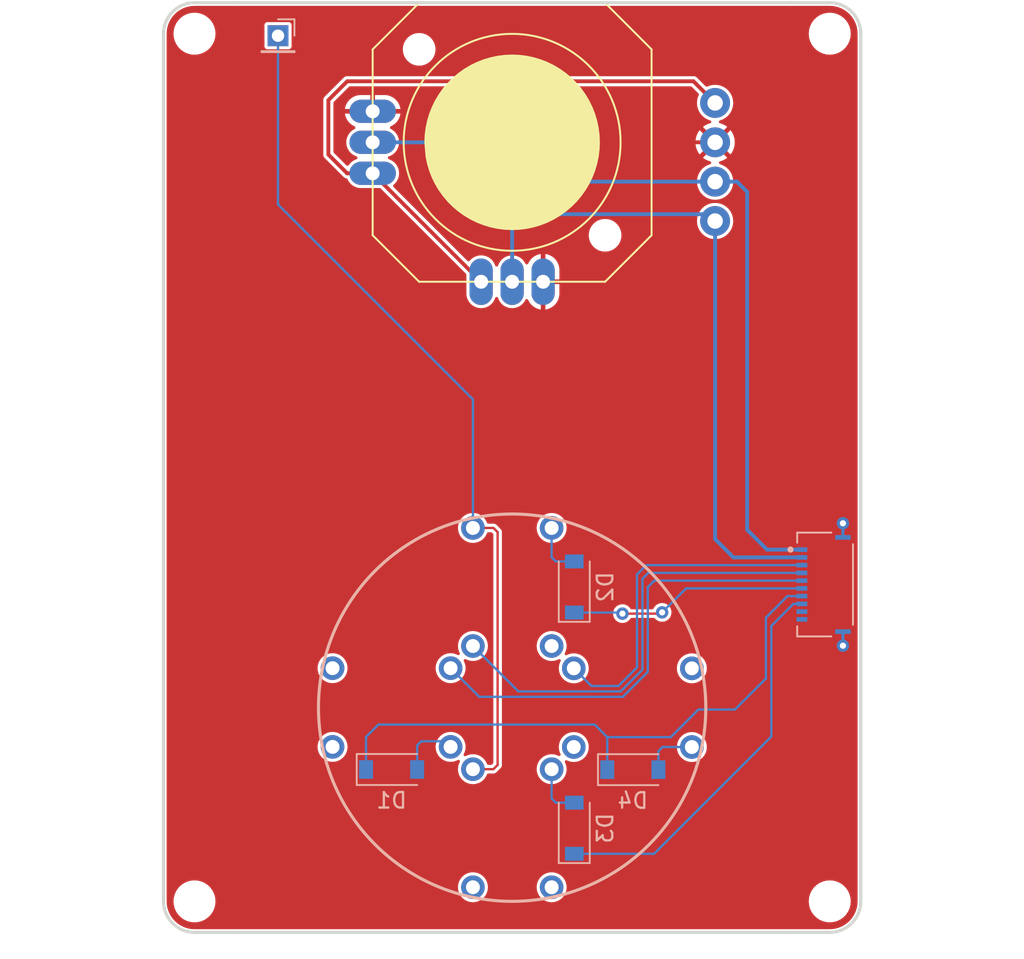
<source format=kicad_pcb>
(kicad_pcb (version 20211014) (generator pcbnew)
  (layers (0 "F.Cu" signal) (31 "B.Cu" signal) (34 "B.Paste" user) (35 "F.Paste" user) (36 "B.SilkS" user "B.Silkscreen") (37 "F.SilkS" user "F.Silkscreen") (38 "B.Mask" user) (39 "F.Mask" user) (44 "Edge.Cuts" user))
  (net 0 "")
  (net 1 "Net-(D1-Pad2)")
  (net 2 "Net-(D2-Pad2)")
  (net 3 "Net-(D3-Pad2)")
  (net 4 "Net-(D4-Pad2)")
  (net 5 "/Col0")
  (net 6 "/Col1")
  (net 7 "/Col2")
  (net 8 "3.3V")
  (net 9 "GND")
  (net 10 "/y_out")
  (net 11 "/x_out")
  (net 12 "/Row3")
  (net 13 "/Row4")
  (net 14 "/Row5")
  (footprint "Adafruit Mini Analog Thumbstick:1X04_ROUND_76" (layer "F.Cu") (at 156.17 89.62 90)
    (fp_text reference "JP1" hide)
    (fp_text value "")
    (pad "1" thru_hole circle (at -3.81 0 180) (size 1.9304 1.9304) (drill 1) (layers *.Cu *.Mask) (net 11 "/x_out"))
    (pad "2" thru_hole circle (at -1.27 0 180) (size 1.9304 1.9304) (drill 1) (layers *.Cu *.Mask) (net 10 "/y_out"))
    (pad "3" thru_hole circle (at 1.27 0 180) (size 1.9304 1.9304) (drill 1) (layers *.Cu *.Mask) (net 9 "GND"))
    (pad "4" thru_hole circle (at 3.81 0 180) (size 1.9304 1.9304) (drill 1) (layers *.Cu *.Mask) (net 8 "3.3V"))
  )
  (footprint "Adafruit_Thumbstick:JOYSTICK_ANALOG_MINITHM" (layer "F.Cu") (at 143.07 88.35 180)
    (fp_text reference "JOY1" (at 0 0) (layer "F.SilkS") (effects (font (size 1.27 1.27))))
    (fp_text value "JOYSTICK_ANALOG_XY")
    (fp_line (start -6 9) (end -9 6) (layer "F.SilkS") (width 0.127))
    (fp_line (start -6 -9) (end 6 -9) (layer "F.SilkS") (width 0.127))
    (fp_line (start -9 -6) (end -6 -9) (layer "F.SilkS") (width 0.127))
    (fp_line (start -9 6) (end -9 -6) (layer "F.SilkS") (width 0.127))
    (fp_line (start 6 9) (end -6 9) (layer "F.SilkS") (width 0.127))
    (fp_line (start 9 -6) (end 9 6) (layer "F.SilkS") (width 0.127))
    (fp_line (start 9 6) (end 6 9) (layer "F.SilkS") (width 0.127))
    (fp_line (start 6 -9) (end 9 -6) (layer "F.SilkS") (width 0.127))
    (fp_circle (center 0 0) (end 7 0) (layer "F.SilkS") (width 0.127) (fill none))
    (fp_poly (pts (xy 0.467692 -5.64421) (xy 0.932191 -5.58631) (xy 1.390321 -5.490251) (xy 1.838953 -5.356688) (xy 2.275024 -5.186532) (xy 2.695554 -4.980947) (xy 3.097671 -4.741338) (xy 3.478627 -4.46934) (xy 3.835821 -4.166812) (xy 4.166812 -3.835821) (xy 4.46934 -3.478627) (xy 4.741338 -3.097671) (xy 4.980947 -2.695554) (xy 5.186532 -2.275024) (xy 5.356688 -1.838953) (xy 5.490251 -1.390321) (xy 5.586581 -0.930903) (xy 5.663609 -0.001315) (xy 5.64421 0.467692) (xy 5.58631 0.932191) (xy 5.490251 1.390321) (xy 5.356688 1.838953) (xy 5.186532 2.275024) (xy 4.980947 2.695554) (xy 4.741338 3.097671) (xy 4.46934 3.478627) (xy 4.166812 3.835821) (xy 3.835821 4.166812) (xy 3.478627 4.46934) (xy 3.097671 4.741338) (xy 2.695554 4.980947) (xy 2.275024 5.186532) (xy 1.838953 5.356688) (xy 1.390321 5.490251) (xy 0.932191 5.58631) (xy 0.467692 5.64421) (xy 0 5.663554) (xy -0.467692 5.64421) (xy -0.932191 5.58631) (xy -1.390321 5.490251) (xy -1.838953 5.356688) (xy -2.275024 5.186532) (xy -2.695554 4.980947) (xy -3.097671 4.741338) (xy -3.478627 4.46934) (xy -3.835821 4.166812) (xy -4.166812 3.835821) (xy -4.46934 3.478627) (xy -4.741338 3.097671) (xy -4.980947 2.695554) (xy -5.186532 2.275024) (xy -5.356688 1.838953) (xy -5.490251 1.390321) (xy -5.58631 0.932191) (xy -5.64421 0.467692) (xy -5.663554 0) (xy -5.64421 -0.467692) (xy -5.58631 -0.932191) (xy -5.490251 -1.390321) (xy -5.356688 -1.838953) (xy -5.186532 -2.275024) (xy -4.980947 -2.695554) (xy -4.741338 -3.097671) (xy -4.46934 -3.478627) (xy -4.166812 -3.835821) (xy -3.835821 -4.166812) (xy -3.478627 -4.46934) (xy -3.097671 -4.741338) (xy -2.695554 -4.980947) (xy -2.275024 -5.186532) (xy -1.838953 -5.356688) (xy -1.390321 -5.490251) (xy -0.932191 -5.58631) (xy -0.467692 -5.64421) (xy 0 -5.663554)) (layer "F.SilkS") (width 0) (fill solid))
    (pad "" np_thru_hole circle (at -6 -6 180) (size 1.6 1.6) (drill 1.6) (layers *.Cu *.Mask))
    (pad "" np_thru_hole circle (at 6 6 180) (size 1.6 1.6) (drill 1.6) (layers *.Cu *.Mask))
    (pad "X" thru_hole oval (at 0 -9 270) (size 3 1.5) (drill 0.9) (layers *.Cu *.Mask) (net 11 "/x_out"))
    (pad "X+" thru_hole oval (at 2 -9 270) (size 3 1.5) (drill 0.9) (layers *.Cu *.Mask) (net 8 "3.3V"))
    (pad "X-" thru_hole oval (at -2 -9 270) (size 3 1.5) (drill 0.9) (layers *.Cu *.Mask) (net 9 "GND"))
    (pad "Y" thru_hole oval (at 9 0 180) (size 3 1.5) (drill 0.9) (layers *.Cu *.Mask) (net 10 "/y_out"))
    (pad "Y+" thru_hole oval (at 9 -2 180) (size 3 1.5) (drill 0.9) (layers *.Cu *.Mask) (net 8 "3.3V"))
    (pad "Y-" thru_hole oval (at 9 2 180) (size 3 1.5) (drill 0.9) (layers *.Cu *.Mask) (net 9 "GND"))
  )
  (footprint "MountingHole:MountingHole_2.2mm_M2_DIN965" (layer "F.Cu") (at 163.57 81.34)
    (fp_text reference "REF**" hide)
    (fp_text value "MountingHole_2.2mm_M2_DIN965")
    (pad "" np_thru_hole circle (at 0 0) (size 2.2 2.2) (drill 2.2) (layers *.Cu *.Mask))
  )
  (footprint "MountingHole:MountingHole_2.2mm_M2_DIN965" (layer "F.Cu") (at 163.57 137.34)
    (fp_text reference "REF**" hide)
    (fp_text value "MountingHole_2.2mm_M2_DIN965")
    (pad "" np_thru_hole circle (at 0 0) (size 2.2 2.2) (drill 2.2) (layers *.Cu *.Mask))
  )
  (footprint "KSA_Switch:KSA1M331LFT" (layer "F.Cu") (at 135.29 124.83 90)
    (fp_text reference "SW1" hide)
    (fp_text value "SW_SPST")
    (pad "1" thru_hole circle (at -2.54 -3.81 90) (size 1.524 1.524) (drill 0.9) (layers *.Cu *.Mask) (net 1 "Net-(D1-Pad2)"))
    (pad "1" thru_hole circle (at -2.54 3.81 90) (size 1.524 1.524) (drill 0.9) (layers *.Cu *.Mask) (net 1 "Net-(D1-Pad2)"))
    (pad "2" thru_hole circle (at 2.54 3.81 90) (size 1.524 1.524) (drill 0.9) (layers *.Cu *.Mask) (net 5 "/Col0"))
    (pad "2" thru_hole circle (at 2.54 -3.81 90) (size 1.524 1.524) (drill 0.9) (layers *.Cu *.Mask) (net 5 "/Col0"))
  )
  (footprint "KSA_Switch:KSA1M331LFT" (layer "F.Cu") (at 143.08 132.62 180)
    (fp_text reference "SW3" hide)
    (fp_text value "SW_SPST")
    (pad "1" thru_hole circle (at -2.54 -3.81 180) (size 1.524 1.524) (drill 0.9) (layers *.Cu *.Mask) (net 3 "Net-(D3-Pad2)"))
    (pad "1" thru_hole circle (at -2.54 3.81 180) (size 1.524 1.524) (drill 0.9) (layers *.Cu *.Mask) (net 3 "Net-(D3-Pad2)"))
    (pad "2" thru_hole circle (at 2.54 3.81 180) (size 1.524 1.524) (drill 0.9) (layers *.Cu *.Mask) (net 6 "/Col1"))
    (pad "2" thru_hole circle (at 2.54 -3.81 180) (size 1.524 1.524) (drill 0.9) (layers *.Cu *.Mask) (net 6 "/Col1"))
  )
  (footprint "MountingHole:MountingHole_2.2mm_M2_DIN965" (layer "F.Cu") (at 122.57 81.34)
    (fp_text reference "REF**" hide)
    (fp_text value "MountingHole_2.2mm_M2_DIN965")
    (pad "" np_thru_hole circle (at 0 0) (size 2.2 2.2) (drill 2.2) (layers *.Cu *.Mask))
  )
  (footprint "MountingHole:MountingHole_2.2mm_M2_DIN965" (layer "F.Cu") (at 122.57 137.34)
    (fp_text reference "REF**" hide)
    (fp_text value "MountingHole_2.2mm_M2_DIN965")
    (pad "" np_thru_hole circle (at 0 0) (size 2.2 2.2) (drill 2.2) (layers *.Cu *.Mask))
  )
  (footprint "KSA_Switch:KSA1M331LFT" (layer "F.Cu") (at 150.86 124.84 90)
    (fp_text reference "SW4" hide)
    (fp_text value "SW_SPST")
    (pad "1" thru_hole circle (at -2.54 -3.81 90) (size 1.524 1.524) (drill 0.9) (layers *.Cu *.Mask) (net 4 "Net-(D4-Pad2)"))
    (pad "1" thru_hole circle (at -2.54 3.81 90) (size 1.524 1.524) (drill 0.9) (layers *.Cu *.Mask) (net 4 "Net-(D4-Pad2)"))
    (pad "2" thru_hole circle (at 2.54 -3.81 90) (size 1.524 1.524) (drill 0.9) (layers *.Cu *.Mask) (net 7 "/Col2"))
    (pad "2" thru_hole circle (at 2.54 3.81 90) (size 1.524 1.524) (drill 0.9) (layers *.Cu *.Mask) (net 7 "/Col2"))
  )
  (footprint "KSA_Switch:KSA1M331LFT" (layer "F.Cu") (at 143.08 117.05 180)
    (fp_text reference "SW2" hide)
    (fp_text value "SW_SPST")
    (pad "1" thru_hole circle (at -2.54 3.81 180) (size 1.524 1.524) (drill 0.9) (layers *.Cu *.Mask) (net 2 "Net-(D2-Pad2)"))
    (pad "1" thru_hole circle (at -2.54 -3.81 180) (size 1.524 1.524) (drill 0.9) (layers *.Cu *.Mask) (net 2 "Net-(D2-Pad2)"))
    (pad "2" thru_hole circle (at 2.54 -3.81 180) (size 1.524 1.524) (drill 0.9) (layers *.Cu *.Mask) (net 6 "/Col1"))
    (pad "2" thru_hole circle (at 2.54 3.81 180) (size 1.524 1.524) (drill 0.9) (layers *.Cu *.Mask) (net 6 "/Col1"))
  )
  (footprint "5034801000:MOLEX_5034801000" (layer "B.Cu") (at 161.77 116.89 -90)
    (fp_text reference "J1" hide)
    (fp_text value "5034801000")
    (fp_line (start 2.7 0.3) (end 3.35 0.3) (layer "B.SilkS") (width 0.127))
    (fp_line (start -2.7 0.3) (end -3.35 0.3) (layer "B.SilkS") (width 0.127))
    (fp_line (start 3.35 0.3) (end 3.35 -1.9) (layer "B.SilkS") (width 0.127))
    (fp_line (start -3.35 0.3) (end -3.35 -1.9) (layer "B.SilkS") (width 0.127))
    (fp_line (start -2.6 -3.3) (end 2.6 -3.3) (layer "B.SilkS") (width 0.127))
    (fp_circle (center -2.255 0.735) (end -2.155 0.735) (layer "B.SilkS") (width 0.2) (fill none))
    (pad "1" smd rect locked (at -2.25 0 270) (size 0.3 0.7) (layers "B.Cu" "B.Paste" "B.Mask") (net 10 "/y_out"))
    (pad "2" smd rect locked (at -1.75 0 270) (size 0.3 0.7) (layers "B.Cu" "B.Paste" "B.Mask") (net 11 "/x_out"))
    (pad "3" smd rect locked (at -1.25 0 270) (size 0.3 0.7) (layers "B.Cu" "B.Paste" "B.Mask") (net 7 "/Col2"))
    (pad "4" smd rect locked (at -0.75 0 270) (size 0.3 0.7) (layers "B.Cu" "B.Paste" "B.Mask") (net 6 "/Col1"))
    (pad "5" smd rect locked (at -0.25 0 270) (size 0.3 0.7) (layers "B.Cu" "B.Paste" "B.Mask") (net 5 "/Col0"))
    (pad "6" smd rect locked (at 0.25 0 270) (size 0.3 0.7) (layers "B.Cu" "B.Paste" "B.Mask") (net 12 "/Row3"))
    (pad "7" smd rect locked (at 0.75 0 270) (size 0.3 0.7) (layers "B.Cu" "B.Paste" "B.Mask") (net 13 "/Row4"))
    (pad "8" smd rect locked (at 1.25 0 270) (size 0.3 0.7) (layers "B.Cu" "B.Paste" "B.Mask") (net 14 "/Row5"))
    (pad "9" smd rect locked (at 1.75 0 270) (size 0.3 0.7) (layers "B.Cu" "B.Paste" "B.Mask"))
    (pad "10" smd rect locked (at 2.25 0 270) (size 0.3 0.7) (layers "B.Cu" "B.Paste" "B.Mask"))
    (pad "S1" smd rect locked (at -3.04 -2.65 270) (size 0.3 1) (layers "B.Cu" "B.Paste" "B.Mask") (net 9 "GND"))
    (pad "S2" smd rect locked (at 3.04 -2.65 270) (size 0.3 1) (layers "B.Cu" "B.Paste" "B.Mask") (net 9 "GND"))
  )
  (footprint "Connector_PinHeader_2.00mm:PinHeader_1x01_P2.00mm_Vertical" (layer "B.Cu") (at 127.96 81.47 180)
    (fp_text reference "REF**" hide)
    (fp_text value "PinHeader_1x01_P2.00mm_Vertical")
    (fp_line (start -1.06 -1.06) (end 1.06 -1.06) (layer "B.SilkS") (width 0.12))
    (fp_line (start 1.06 -1) (end 1.06 -1.06) (layer "B.SilkS") (width 0.12))
    (fp_line (start -1.06 -1) (end 1.06 -1) (layer "B.SilkS") (width 0.12))
    (fp_line (start -1.06 1.06) (end 0 1.06) (layer "B.SilkS") (width 0.12))
    (fp_line (start -1.06 0) (end -1.06 1.06) (layer "B.SilkS") (width 0.12))
    (fp_line (start -1.06 -1) (end -1.06 -1.06) (layer "B.SilkS") (width 0.12))
    (pad "1" thru_hole rect (at 0 0 180) (size 1.35 1.35) (drill 0.8) (layers *.Cu *.Mask) (net 6 "/Col1"))
  )
  (footprint "Diode_SMD:D_SOD-123" (layer "B.Cu") (at 147.08 132.62 90)
    (fp_text reference "D3" (at 0 2 90) (layer "B.SilkS") (effects (justify mirror)))
    (fp_text value "D_Small")
    (fp_line (start -2.25 1) (end 1.65 1) (layer "B.SilkS") (width 0.12))
    (fp_line (start -2.25 -1) (end 1.65 -1) (layer "B.SilkS") (width 0.12))
    (fp_line (start -2.25 1) (end -2.25 -1) (layer "B.SilkS") (width 0.12))
    (pad "1" smd rect (at -1.65 0 90) (size 0.9 1.2) (layers "B.Cu" "B.Paste" "B.Mask") (net 14 "/Row5"))
    (pad "2" smd rect (at 1.65 0 90) (size 0.9 1.2) (layers "B.Cu" "B.Paste" "B.Mask") (net 3 "Net-(D3-Pad2)"))
  )
  (footprint "Diode_SMD:D_SOD-123" (layer "B.Cu") (at 147.08 117.05 90)
    (fp_text reference "D2" (at 0 2 90) (layer "B.SilkS") (effects (justify mirror)))
    (fp_text value "D_Small")
    (fp_line (start -2.25 1) (end -2.25 -1) (layer "B.SilkS") (width 0.12))
    (fp_line (start -2.25 1) (end 1.65 1) (layer "B.SilkS") (width 0.12))
    (fp_line (start -2.25 -1) (end 1.65 -1) (layer "B.SilkS") (width 0.12))
    (pad "1" smd rect (at -1.65 0 90) (size 0.9 1.2) (layers "B.Cu" "B.Paste" "B.Mask") (net 12 "/Row3"))
    (pad "2" smd rect (at 1.65 0 90) (size 0.9 1.2) (layers "B.Cu" "B.Paste" "B.Mask") (net 2 "Net-(D2-Pad2)"))
  )
  (footprint "Diode_SMD:D_SOD-123" (layer "B.Cu") (at 150.86 128.84)
    (fp_text reference "D4" (at 0 2) (layer "B.SilkS") (effects (justify mirror)))
    (fp_text value "D_Small")
    (fp_line (start -2.25 -1) (end 1.65 -1) (layer "B.SilkS") (width 0.12))
    (fp_line (start -2.25 1) (end 1.65 1) (layer "B.SilkS") (width 0.12))
    (fp_line (start -2.25 1) (end -2.25 -1) (layer "B.SilkS") (width 0.12))
    (pad "1" smd rect (at -1.65 0) (size 0.9 1.2) (layers "B.Cu" "B.Paste" "B.Mask") (net 13 "/Row4"))
    (pad "2" smd rect (at 1.65 0) (size 0.9 1.2) (layers "B.Cu" "B.Paste" "B.Mask") (net 4 "Net-(D4-Pad2)"))
  )
  (footprint "Diode_SMD:D_SOD-123" (layer "B.Cu") (at 135.29 128.83)
    (fp_text reference "D1" (at 0 2) (layer "B.SilkS") (effects (justify mirror)))
    (fp_text value "D_Small")
    (fp_line (start -2.25 1) (end 1.65 1) (layer "B.SilkS") (width 0.12))
    (fp_line (start -2.25 -1) (end 1.65 -1) (layer "B.SilkS") (width 0.12))
    (fp_line (start -2.25 1) (end -2.25 -1) (layer "B.SilkS") (width 0.12))
    (pad "1" smd rect (at -1.65 0) (size 0.9 1.2) (layers "B.Cu" "B.Paste" "B.Mask") (net 13 "/Row4"))
    (pad "2" smd rect (at 1.65 0) (size 0.9 1.2) (layers "B.Cu" "B.Paste" "B.Mask") (net 1 "Net-(D1-Pad2)"))
  )
  (gr_circle (center 143.07 124.84) (end 155.57 124.84) (layer "B.SilkS") (width 0.2) (fill none))
  (gr_arc (start 165.57 137.34) (mid 164.984227 138.754245) (end 163.57 139.34) (layer "Edge.Cuts") (width 0.2))
  (gr_line (start 125.07 139.34) (end 122.57 139.34) (layer "Edge.Cuts") (width 0.2))
  (gr_line (start 125.07 139.34) (end 161.07 139.34) (layer "Edge.Cuts") (width 0.2))
  (gr_line (start 165.57 137.34) (end 165.57 81.34) (layer "Edge.Cuts") (width 0.2))
  (gr_arc (start 163.57 79.34) (mid 164.98421 79.925793) (end 165.57 81.34) (layer "Edge.Cuts") (width 0.2))
  (gr_line (start 161.07 79.34) (end 163.57 79.34) (layer "Edge.Cuts") (width 0.2))
  (gr_arc (start 120.57 81.34) (mid 121.1558 79.925818) (end 122.57 79.34) (layer "Edge.Cuts") (width 0.2))
  (gr_arc (start 122.57 139.34) (mid 121.155783 138.75422) (end 120.57 137.34) (layer "Edge.Cuts") (width 0.2))
  (gr_line (start 120.57 81.34) (end 120.57 137.34) (layer "Edge.Cuts") (width 0.2))
  (gr_line (start 125.07 79.34) (end 122.57 79.34) (layer "Edge.Cuts") (width 0.2))
  (gr_line (start 161.07 139.34) (end 163.57 139.34) (layer "Edge.Cuts") (width 0.2))
  (gr_line (start 161.07 79.34) (end 125.07 79.34) (layer "Edge.Cuts") (width 0.2))
  (segment (start 139.1824 127.0082) (end 137.209 127.0082) (width 0.15) (layer "B.Cu") (net 1))
  (segment (start 137.209 127.0082) (end 136.94 127.2772) (width 0.15) (layer "B.Cu") (net 1))
  (segment (start 136.94 127.2772) (end 136.94 128.47) (width 0.15) (layer "B.Cu") (net 1))
  (segment (start 145.6182 113.1576) (end 145.6182 115.131) (width 0.15) (layer "B.Cu") (net 2))
  (segment (start 145.6182 115.131) (end 145.8872 115.4) (width 0.15) (layer "B.Cu") (net 2))
  (segment (start 145.8872 115.4) (end 147.08 115.4) (width 0.15) (layer "B.Cu") (net 2))
  (segment (start 145.6182 130.701) (end 145.8872 130.97) (width 0.15) (layer "B.Cu") (net 3))
  (segment (start 145.8872 130.97) (end 147.08 130.97) (width 0.15) (layer "B.Cu") (net 3))
  (segment (start 145.6182 128.7276) (end 145.6182 130.701) (width 0.15) (layer "B.Cu") (net 3))
  (segment (start 152.779 127.3782) (end 152.51 127.6472) (width 0.15) (layer "B.Cu") (net 4))
  (segment (start 154.7524 127.3782) (end 152.779 127.3782) (width 0.15) (layer "B.Cu") (net 4))
  (segment (start 152.51 127.6472) (end 152.51 128.84) (width 0.15) (layer "B.Cu") (net 4))
  (segment (start 151.829039 122.529553) (end 150.219552 124.139039) (width 0.15) (layer "B.Cu") (net 5))
  (segment (start 152.25 116.64) (end 151.82904 117.06096) (width 0.15) (layer "B.Cu") (net 5))
  (segment (start 151.82904 117.06096) (end 151.829039 122.529553) (width 0.15) (layer "B.Cu") (net 5))
  (segment (start 140.949039 124.139039) (end 139.1 122.29) (width 0.15) (layer "B.Cu") (net 5))
  (segment (start 150.219552 124.139039) (end 140.949039 124.139039) (width 0.15) (layer "B.Cu") (net 5))
  (segment (start 161.77 116.64) (end 152.25 116.64) (width 0.15) (layer "B.Cu") (net 5))
  (segment (start 141.866 113.24) (end 142.134 113.508) (width 0.15) (layer "F.Cu") (net 6))
  (segment (start 140.54 113.24) (end 141.866 113.24) (width 0.15) (layer "F.Cu") (net 6))
  (segment (start 142.134 128.536) (end 141.86 128.81) (width 0.15) (layer "F.Cu") (net 6))
  (segment (start 142.134 128.536) (end 142.134 113.508) (width 0.15) (layer "F.Cu") (net 6))
  (segment (start 141.86 128.81) (end 140.54 128.81) (width 0.15) (layer "F.Cu") (net 6))
  (segment (start 127.95 92.35) (end 127.96 92.34) (width 0.15) (layer "B.Cu") (net 6))
  (segment (start 140.54 113.24) (end 140.54 104.94) (width 0.15) (layer "B.Cu") (net 6))
  (segment (start 151.86 116.14) (end 151.47952 116.52048) (width 0.15) (layer "B.Cu") (net 6))
  (segment (start 150.074777 123.789519) (end 143.46952 123.78952) (width 0.15) (layer "B.Cu") (net 6))
  (segment (start 127.96 92.34) (end 127.96 81.47) (width 0.15) (layer "B.Cu") (net 6))
  (segment (start 140.54 104.94) (end 127.95 92.35) (width 0.15) (layer "B.Cu") (net 6))
  (segment (start 151.47952 116.52048) (end 151.47952 122.384776) (width 0.15) (layer "B.Cu") (net 6))
  (segment (start 151.47952 122.384776) (end 150.074777 123.789519) (width 0.15) (layer "B.Cu") (net 6))
  (segment (start 161.77 116.14) (end 151.86 116.14) (width 0.15) (layer "B.Cu") (net 6))
  (segment (start 143.46952 123.78952) (end 140.54 120.86) (width 0.15) (layer "B.Cu") (net 6))
  (segment (start 151.13 116.24) (end 151.73 115.64) (width 0.15) (layer "B.Cu") (net 7))
  (segment (start 147.05 122.3) (end 148.19 123.44) (width 0.15) (layer "B.Cu") (net 7))
  (segment (start 148.19 123.44) (end 149.93 123.44) (width 0.15) (layer "B.Cu") (net 7))
  (segment (start 151.73 115.64) (end 161.77 115.64) (width 0.15) (layer "B.Cu") (net 7))
  (segment (start 151.13 122.24) (end 151.13 116.24) (width 0.15) (layer "B.Cu") (net 7))
  (segment (start 149.93 123.44) (end 151.13 122.24) (width 0.15) (layer "B.Cu") (net 7))
  (segment (start 131.21 89.14) (end 131.21 85.63) (width 0.25) (layer "F.Cu") (net 8))
  (segment (start 134.07 90.35) (end 141.07 97.35) (width 0.25) (layer "F.Cu") (net 8))
  (segment (start 132.42 90.35) (end 131.21 89.14) (width 0.25) (layer "F.Cu") (net 8))
  (segment (start 134.07 90.35) (end 132.42 90.35) (width 0.25) (layer "F.Cu") (net 8))
  (segment (start 132.43 84.41) (end 132.77 84.41) (width 0.25) (layer "F.Cu") (net 8))
  (segment (start 131.21 85.63) (end 132.43 84.41) (width 0.25) (layer "F.Cu") (net 8))
  (segment (start 156.17 85.81) (end 154.77 84.41) (width 0.25) (layer "F.Cu") (net 8))
  (segment (start 154.77 84.41) (end 132.77 84.41) (width 0.25) (layer "F.Cu") (net 8))
  (segment (start 152.28 86.35) (end 154.28 88.35) (width 0.25) (layer "F.Cu") (net 9))
  (segment (start 145.07 97.35) (end 145.07 92.87) (width 0.25) (layer "F.Cu") (net 9))
  (segment (start 154.28 88.35) (end 156.17 88.35) (width 0.25) (layer "F.Cu") (net 9))
  (segment (start 140.79 88.35) (end 140.515 88.075) (width 0.25) (layer "F.Cu") (net 9))
  (segment (start 140.515 88.075) (end 145.07 92.63) (width 0.25) (layer "F.Cu") (net 9))
  (segment (start 138.73 86.35) (end 134.07 86.35) (width 0.25) (layer "F.Cu") (net 9))
  (segment (start 138.79 86.35) (end 140.515 88.075) (width 0.25) (layer "F.Cu") (net 9))
  (segment (start 138.79 86.35) (end 138.73 86.35) (width 0.25) (layer "F.Cu") (net 9))
  (segment (start 145.07 92.63) (end 145.07 92.87) (width 0.25) (layer "F.Cu") (net 9))
  (segment (start 138.73 86.35) (end 152.28 86.35) (width 0.25) (layer "F.Cu") (net 9))
  (via (at 164.42 112.94) (size 0.8) (drill 0.4) (layers "F.Cu" "B.Cu") (net 9))
  (via (at 164.42 120.84) (size 0.8) (drill 0.4) (layers "F.Cu" "B.Cu") (net 9))
  (segment (start 164.42 119.93) (end 164.42 120.66) (width 0.2) (layer "B.Cu") (net 9))
  (segment (start 164.42 113.85) (end 164.42 113.12) (width 0.2) (layer "B.Cu") (net 9))
  (segment (start 147.72 90.89) (end 156.17 90.89) (width 0.25) (layer "B.Cu") (net 10))
  (segment (start 158.24 91.55) (end 158.24 113.21) (width 0.25) (layer "B.Cu") (net 10))
  (segment (start 159.52 114.64) (end 158.24 113.36) (width 0.25) (layer "B.Cu") (net 10))
  (segment (start 157.58 90.89) (end 158.24 91.55) (width 0.25) (layer "B.Cu") (net 10))
  (segment (start 158.24 113.36) (end 158.24 113.21) (width 0.25) (layer "B.Cu") (net 10))
  (segment (start 134.07 88.35) (end 145.18 88.35) (width 0.25) (layer "B.Cu") (net 10))
  (segment (start 156.17 90.89) (end 157.58 90.89) (width 0.25) (layer "B.Cu") (net 10))
  (segment (start 145.18 88.35) (end 147.72 90.89) (width 0.25) (layer "B.Cu") (net 10))
  (segment (start 159.52 114.64) (end 161.77 114.64) (width 0.25) (layer "B.Cu") (net 10))
  (segment (start 156.17 93.43) (end 155.73 92.99) (width 0.25) (layer "B.Cu") (net 11))
  (segment (start 143.07 93.78) (end 143.07 97.35) (width 0.25) (layer "B.Cu") (net 11))
  (segment (start 157.36 115.15) (end 157.37 115.14) (width 0.25) (layer "B.Cu") (net 11))
  (segment (start 156.17 113.96) (end 157.36 115.15) (width 0.25) (layer "B.Cu") (net 11))
  (segment (start 156.17 93.43) (end 156.17 113.96) (width 0.25) (layer "B.Cu") (net 11))
  (segment (start 157.37 115.14) (end 161.77 115.14) (width 0.25) (layer "B.Cu") (net 11))
  (segment (start 143.86 92.99) (end 143.07 93.78) (width 0.25) (layer "B.Cu") (net 11))
  (segment (start 155.73 92.99) (end 143.86 92.99) (width 0.25) (layer "B.Cu") (net 11))
  (segment (start 152.67 118.77) (end 150.19 118.77) (width 0.15) (layer "F.Cu") (net 12))
  (segment (start 152.75 118.69) (end 152.67 118.77) (width 0.15) (layer "F.Cu") (net 12))
  (via (at 152.75 118.69) (size 0.8) (drill 0.4) (layers "F.Cu" "B.Cu") (net 12))
  (via (at 150.19 118.77) (size 0.8) (drill 0.4) (layers "F.Cu" "B.Cu") (net 12))
  (segment (start 161.77 117.14) (end 161.03 117.14) (width 0.15) (layer "B.Cu") (net 12))
  (segment (start 161.03 117.14) (end 154.3 117.14) (width 0.15) (layer "B.Cu") (net 12))
  (segment (start 150.12 118.7) (end 147.08 118.7) (width 0.15) (layer "B.Cu") (net 12))
  (segment (start 150.19 118.77) (end 150.12 118.7) (width 0.15) (layer "B.Cu") (net 12))
  (segment (start 154.3 117.14) (end 152.75 118.69) (width 0.15) (layer "B.Cu") (net 12))
  (segment (start 159.45 122.96) (end 159.45 119.03) (width 0.15) (layer "B.Cu") (net 13))
  (segment (start 149.21 126.74) (end 153.31 126.74) (width 0.15) (layer "B.Cu") (net 13))
  (segment (start 149.21 126.74) (end 149.21 128.84) (width 0.15) (layer "B.Cu") (net 13))
  (segment (start 148.4 125.93) (end 149.21 126.74) (width 0.15) (layer "B.Cu") (net 13))
  (segment (start 134.44 125.93) (end 148.4 125.93) (width 0.15) (layer "B.Cu") (net 13))
  (segment (start 159.45 119.03) (end 160.84 117.64) (width 0.15) (layer "B.Cu") (net 13))
  (segment (start 153.31 126.74) (end 155.09 124.96) (width 0.15) (layer "B.Cu") (net 13))
  (segment (start 133.64 128.83) (end 133.64 126.73) (width 0.15) (layer "B.Cu") (net 13))
  (segment (start 157.45 124.96) (end 159.45 122.96) (width 0.15) (layer "B.Cu") (net 13))
  (segment (start 155.09 124.96) (end 157.45 124.96) (width 0.15) (layer "B.Cu") (net 13))
  (segment (start 160.84 117.64) (end 161.77 117.64) (width 0.15) (layer "B.Cu") (net 13))
  (segment (start 133.64 126.73) (end 134.44 125.93) (width 0.15) (layer "B.Cu") (net 13))
  (segment (start 152.23 134.27) (end 159.79952 126.70048) (width 0.15) (layer "B.Cu") (net 14))
  (segment (start 161.220978 118.14) (end 161.77 118.14) (width 0.15) (layer "B.Cu") (net 14))
  (segment (start 159.799519 119.561459) (end 161.220978 118.14) (width 0.15) (layer "B.Cu") (net 14))
  (segment (start 147.08 134.27) (end 152.23 134.27) (width 0.15) (layer "B.Cu") (net 14))
  (segment (start 159.79952 126.70048) (end 159.799519 119.561459) (width 0.15) (layer "B.Cu") (net 14))
  (zone (net 9) (net_name "GND") (layer "F.Cu") (connect_pads (clearance 0.2)) (min_thickness 0.2) (fill yes (thermal_gap 0.3) (thermal_bridge_width 0.3))
    (polygon (pts (xy 165.570073 139.330078) (xy 120.560073 139.330078) (xy 120.570073 79.330078) (xy 165.580073 79.320078)))
  )
)
</source>
